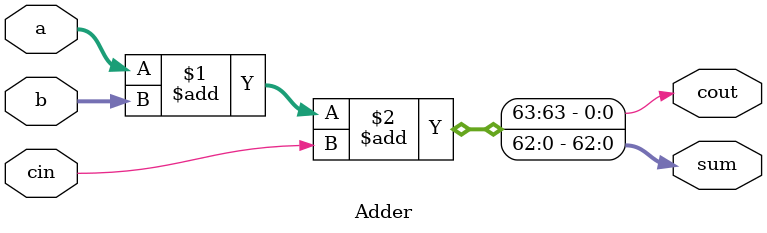
<source format=v>

module Adder #(
    parameter WIDTH = 64
) (
    input [WIDTH-1:0] a,
    input [WIDTH-1:0] b,
    input cin,
    output [WIDTH-2:0] sum,
    output cout
);

assign {cout, sum}  = a + b + cin;

endmodule
</source>
